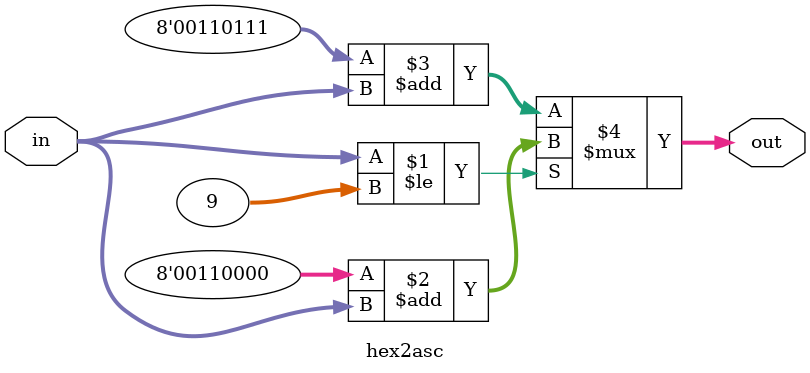
<source format=v>
module overlay (
	// OSDs pixel clock, should be synchronous to cores pixel clock to
	// avoid jitter.
	input 	     pclk,
	input        enable,	     

	// values to be displayed
	input [31:0] val_a,
	input [31:0] val_d,
	input [31:0] val_s,
		
	// VGA signals coming from core
	input [5:0]  red_in,
	input [5:0]  green_in,
	input [5:0]  blue_in,
	input 	     hs_in,
	input 	     vs_in,
	
	// VGA signals going to video connector
	output [5:0] red_out,
	output [5:0] green_out,
	output [5:0] blue_out
);

// ****************************************************************************
// video timing and sync polarity anaylsis
// ****************************************************************************

// horizontal counter
reg [9:0] h_cnt;
reg hsD, hsD2;
reg [9:0] hs_low, hs_high;
wire hs_pol = hs_high < hs_low;

always @(posedge pclk) begin
	// bring hsync into local clock domain
	hsD <= hs_in;
	hsD2 <= hsD;

	// falling edge of hs_in
	if(!hsD && hsD2) begin	
		h_cnt <= 10'd0;
		hs_high <= h_cnt;
	end

	// rising edge of hs_in
	else if(hsD && !hsD2) begin	
		h_cnt <= 10'd0;
		hs_low <= h_cnt;
	end 
	
	else
		h_cnt <= h_cnt + 10'd1;
end

// vertical counter
reg [9:0] v_cnt;
reg vsD, vsD2;
reg [9:0] vs_low, vs_high;
wire vs_pol = vs_high < vs_low;

always @(posedge pclk) begin
  if(hsD && !hsD2) begin
	// bring vsync into local clock domain
	vsD <= vs_in;
	vsD2 <= vsD; 

	// falling edge of vs_in 
	if(!vsD && vsD2) begin	
		v_cnt <= 10'd0;
		vs_high <= v_cnt;
	end

	// rising edge of vs_in
	else if(vsD && !vsD2) begin	
		v_cnt <= 10'd0;
		vs_low <= v_cnt;
	end 
	
	else
		v_cnt <= v_cnt + 10'd1;
  end
end

parameter X = 13;
parameter Y = 1;

// address entry (A:XXXXXXXX)
wire a_act;
wire [7:0] a_data; 
entry entry_a ( 
  .h    ( h_cnt  ),
  .v    ( v_cnt  ),

  .t    ( "A"    ),
  .x    ( X      ),			     
  .y    ( Y      ),			     
  .val  ( val_a  ),

  .data ( a_data ),
  .act  ( a_act  )
);

// data entry (D:XXXX)
wire d_act;
wire [7:0] d_data;
entry entry_d (
  .h    ( h_cnt  ),
  .v    ( v_cnt  ),

  .t    ( "D"    ),
  .x    ( X+12   ),			     
  .y    ( Y      ),			     
  .val  ( val_d  ),

  .data ( d_data ),
  .act  ( d_act  )
);

// s (S:XX)
wire s_act; 
wire [7:0] s_data;
entry entry_s (
  .h    ( h_cnt  ),
  .v    ( v_cnt  ),

  .t    ( "S"    ),
  .x    ( X+24   ),			     
  .y    ( Y      ),			     
  .val  ( val_s  ),

  .data ( s_data ),
  .act  ( s_act  )
);

wire    act = a_act || d_act || s_act;
wire [7:0] data =
	   a_act?a_data:
	   d_act?d_data:
	   s_act?s_data:
	   "-";
   
// ---------------- display -------------------
reg oe;

wire [6:0] font_chr = data-7'd32;
wire [2:0] font_line = v_cnt[4:2];
wire [9:0] font_addr = { font_chr, font_line };
 
wire [7:0] font_data;

// -=- include 8x8 font -=-
font font (
   .clk ( pclk ),
   .a  ( font_addr ),
   .d  ( font_data )
);

reg [7:0] obyte;
reg act_out;
   
always @(posedge pclk) begin
   oe <= 1'b0; 
   act_out <= act;
   
   // only process outside sync phase 
   if((vs_in != vs_pol) && (hs_in != hs_pol)) begin
      if(act_out) begin
	 if(h_cnt[3:0] == 1)    obyte <= font_data;
	 else if(h_cnt[0] == 1) obyte[7:1] <= obyte[6:0];
	 oe <= 1'b1;
      end
   end
end

wire fg = enable && oe && obyte[7];
wire bg = enable && oe;

// mix signal into vga data stream
assign red_out   = fg?6'b111111:bg?{1'b0,  red_in[5:1]}:  red_in;
assign green_out = fg?6'b001000:bg?{1'b0,green_in[5:1]}:green_in;
assign blue_out  = fg?6'b001000:bg?{1'b0, blue_in[5:1]}: blue_in;

endmodule

module entry (
  input [9:0] 	    h,
  input [9:0] 	    v,

  input [7:0] 	    t,
  input [6:0] 	    x,      // first character x position 0-127
  input [5:0] 	    y,      // first character y position 0-63
  input [31:0]     val,

  output [7:0] 	    data,
  output 	    act     // this entry is currently active
);
 
assign act = (h[9:4] >= x) && (h[9:4] < x + 8 + 2) && (y == v[9:5]);

// x position within "string"
wire [6:0] x_i = h[9:4]-x; 

wire [7:0] asc0, asc1, asc2, asc3, asc4, asc5, asc6, asc7;
hex2asc hex0 ( .in (val[31:28]), .out (asc0 ) );
hex2asc hex1 ( .in (val[27:24]), .out (asc1 ) );
hex2asc hex2 ( .in (val[23:20]), .out (asc2 ) );
hex2asc hex3 ( .in (val[19:16]), .out (asc3 ) );
hex2asc hex4 ( .in (val[15:12]), .out (asc4 ) );
hex2asc hex5 ( .in ( val[11:8]), .out (asc5 ) );
hex2asc hex6 ( .in (  val[7:4]), .out (asc6 ) );
hex2asc hex7 ( .in (  val[3:0]), .out (asc7 ) );

assign data = (x_i==0)?t: 
	      (x_i==1)?":":
	      (x_i==2)?asc0:
	      (x_i==3)?asc1:
	      (x_i==4)?asc2:
	      (x_i==5)?asc3:
	      (x_i==6)?asc4:
	      (x_i==7)?asc5:
	      (x_i==8)?asc6:
	      (x_i==9)?asc7:
	      "X";

endmodule

module hex2asc (
  input [3:0] in,
  output [7:0] out
);
   
assign out = (in <= 9)?("0"+in):
	     ("A"-4'd10+in);
 
endmodule

</source>
